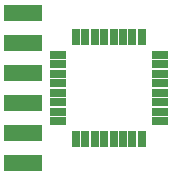
<source format=gts>
G75*
G70*
%OFA0B0*%
%FSLAX24Y24*%
%IPPOS*%
%LPD*%
%AMOC8*
5,1,8,0,0,1.08239X$1,22.5*
%
%ADD10R,0.0580X0.0300*%
%ADD11R,0.0300X0.0580*%
%ADD12R,0.1280X0.0580*%
D10*
X004995Y001900D03*
X004995Y002215D03*
X004995Y002530D03*
X004995Y002844D03*
X004995Y003159D03*
X004995Y003474D03*
X004995Y003789D03*
X004995Y004104D03*
X008375Y004104D03*
X008375Y003789D03*
X008375Y003474D03*
X008375Y003159D03*
X008375Y002844D03*
X008375Y002530D03*
X008375Y002215D03*
X008375Y001900D03*
D11*
X007787Y001312D03*
X007472Y001312D03*
X007157Y001312D03*
X006842Y001312D03*
X006527Y001312D03*
X006212Y001312D03*
X005897Y001312D03*
X005583Y001312D03*
X005583Y004692D03*
X005897Y004692D03*
X006212Y004692D03*
X006527Y004692D03*
X006842Y004692D03*
X007157Y004692D03*
X007472Y004692D03*
X007787Y004692D03*
D12*
X003835Y000502D03*
X003835Y001502D03*
X003835Y002502D03*
X003835Y003502D03*
X003835Y004502D03*
X003835Y005502D03*
M02*

</source>
